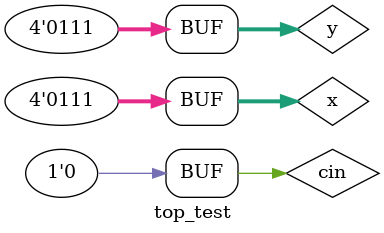
<source format=v>
`timescale 1ns / 1ps 

module top_test();

  reg [3:0] x, y;
  reg cin;
  wire [3:0] z;
  wire outputCarry;
  
  top_module uut(.x(x), .y(y), .cin(cin), .z(z), .outputCarry(outputCarry));
  
  initial begin
  
    #100
    x=5; y=8; cin=0;
    #50
    x=5; y=5; cin=1;
    #50
    x=10; y=1; cin=0;
    #50
    x=7; y=7; cin=0;
  
  end
endmodule

</source>
